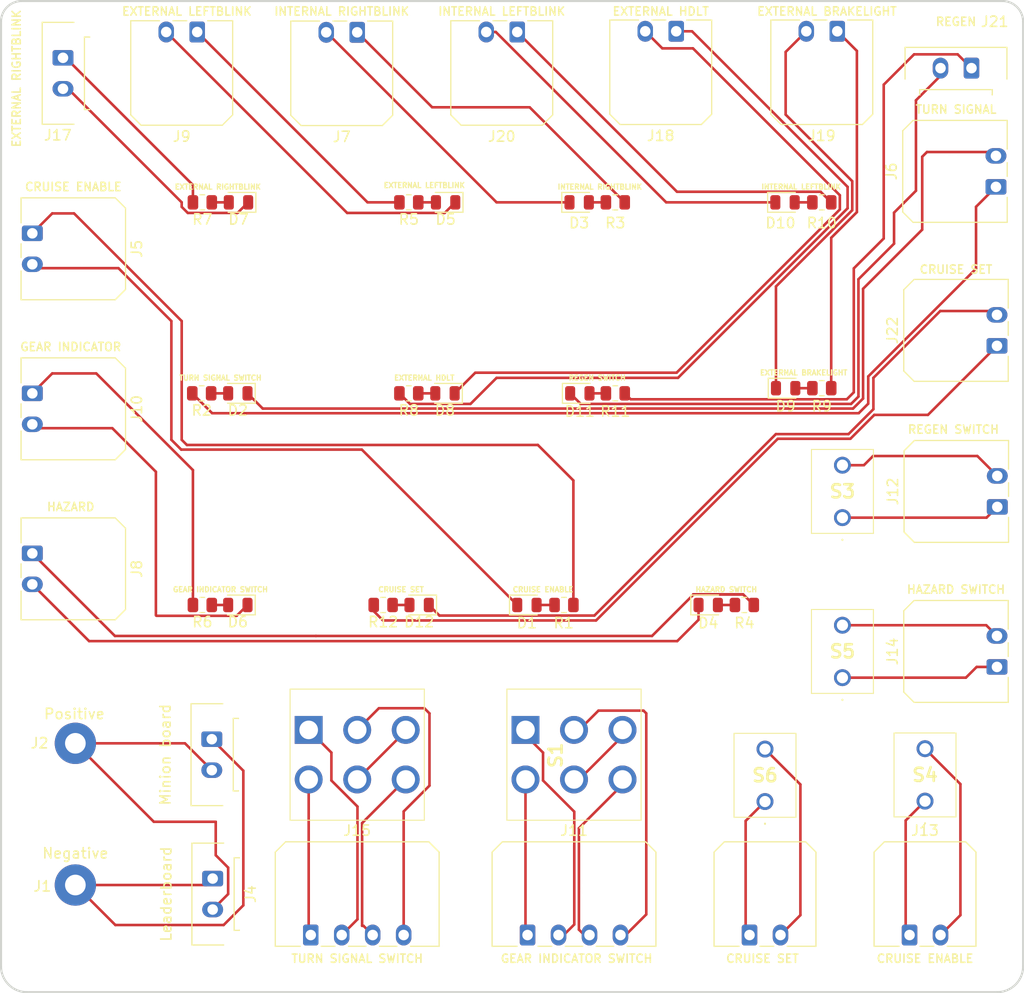
<source format=kicad_pcb>
(kicad_pcb (version 20211014) (generator pcbnew)
  (layers (0 "F.Cu" signal) (31 "B.Cu" signal) (34 "B.Paste" user) (35 "F.Paste" user) (36 "B.SilkS" user "B.Silkscreen") (37 "F.SilkS" user "F.Silkscreen") (38 "B.Mask" user) (39 "F.Mask" user) (44 "Edge.Cuts" user))
  (net 0 "")
  (net 1 "Net-(D1-Pad1)")
  (net 2 "Net-(D1-Pad2)")
  (net 3 "Net-(D2-Pad1)")
  (net 4 "Net-(D2-Pad2)")
  (net 5 "Net-(D3-Pad1)")
  (net 6 "Net-(D3-Pad2)")
  (net 7 "Net-(D4-Pad1)")
  (net 8 "Net-(D4-Pad2)")
  (net 9 "Net-(D5-Pad1)")
  (net 10 "Net-(D5-Pad2)")
  (net 11 "Net-(D6-Pad1)")
  (net 12 "Net-(D6-Pad2)")
  (net 13 "Net-(D7-Pad1)")
  (net 14 "Net-(D7-Pad2)")
  (net 15 "Net-(D8-Pad1)")
  (net 16 "Net-(D8-Pad2)")
  (net 17 "Net-(D9-Pad1)")
  (net 18 "Net-(D9-Pad2)")
  (net 19 "Net-(D10-Pad1)")
  (net 20 "Net-(D10-Pad2)")
  (net 21 "Net-(D11-Pad1)")
  (net 22 "Net-(D11-Pad2)")
  (net 23 "Net-(D12-Pad1)")
  (net 24 "Net-(D12-Pad2)")
  (net 25 "Net-(J1-Pad1)")
  (net 26 "Net-(J2-Pad1)")
  (net 27 "Net-(J5-Pad1)")
  (net 28 "Net-(J6-Pad1)")
  (net 29 "Net-(J7-Pad1)")
  (net 30 "Net-(J8-Pad1)")
  (net 31 "Net-(J9-Pad1)")
  (net 32 "Net-(J10-Pad1)")
  (net 33 "Net-(J11-Pad1)")
  (net 34 "Net-(J11-Pad2)")
  (net 35 "Net-(J11-Pad3)")
  (net 36 "Net-(J11-Pad4)")
  (net 37 "Net-(J12-Pad1)")
  (net 38 "Net-(J12-Pad2)")
  (net 39 "Net-(J13-Pad1)")
  (net 40 "Net-(J13-Pad2)")
  (net 41 "Net-(J14-Pad1)")
  (net 42 "Net-(J14-Pad2)")
  (net 43 "Net-(J15-Pad1)")
  (net 44 "Net-(J15-Pad2)")
  (net 45 "Net-(J15-Pad3)")
  (net 46 "Net-(J15-Pad4)")
  (net 47 "Net-(J16-Pad1)")
  (net 48 "Net-(J16-Pad2)")
  (net 49 "Net-(J17-Pad1)")
  (net 50 "Net-(J18-Pad1)")
  (net 51 "Net-(J19-Pad1)")
  (net 52 "Net-(J20-Pad1)")
  (net 53 "Net-(J21-Pad1)")
  (net 54 "Net-(J22-Pad1)")
  (net 55 "Net-(S1-Pad3)")
  (net 56 "Net-(S2-Pad3)")
  (footprint "Resistor_SMD:R_0805_2012Metric" (layer "F.Cu") (at 100 79)
    (fp_text reference "R9" (at 0 1.75) (layer "F.SilkS"))
    (fp_text value "EXTERNAL BRAKELIGHT" (at -1.75 -1.5) (layer "F.SilkS") (effects (font (size 0.5 0.5) (thickness 0.125))))
    (pad "1" smd roundrect (at -0.9125 0) (size 1.025 1.4) (layers "F.Cu" "F.Paste" "F.Mask") (roundrect_rratio 0.243902) (net 18 "Net-(D9-Pad2)"))
    (pad "2" smd roundrect (at 0.9125 0) (size 1.025 1.4) (layers "F.Cu" "F.Paste" "F.Mask") (roundrect_rratio 0.243902) (net 51 "Net-(J19-Pad1)"))
  )
  (footprint "Connector_Molex:Molex_Micro-Fit_3.0_43650-0200_1x02_P3.00mm_Horizontal" (layer "F.Cu") (at 85.9 44.43 180)
    (fp_text reference "J18" (at 1.5 -10.12) (layer "F.SilkS"))
    (fp_text value "EXTERNAL HDLT" (at 1.5 1.93) (layer "F.SilkS") (effects (font (size 0.8 0.8))))
    (pad "" np_thru_hole circle (at 1.5 -4.32 180) (size 3 3) (drill 3) (layers *.Cu *.Mask))
    (pad "1" thru_hole roundrect (at 0 0 180) (size 1.5 2.02) (drill 1.02) (layers *.Cu *.Mask) (roundrect_rratio 0.166667) (net 50 "Net-(J18-Pad1)"))
    (pad "2" thru_hole oval (at 3 0 180) (size 1.5 2.02) (drill 1.02) (layers *.Cu *.Mask) (net 15 "Net-(D8-Pad1)"))
  )
  (footprint "UTSVT_Connectors:Banana_Jack_1_Pin_4mm" (layer "F.Cu") (at 27.7 127.125)
    (fp_text reference "J1" (at -3.2 0.125) (layer "F.SilkS"))
    (fp_text value "Negative" (at 0 -3.075) (layer "F.SilkS"))
    (pad "1" thru_hole circle locked (at 0 0) (size 4 4) (drill 2) (layers *.Cu *.Mask) (net 25 "Net-(J1-Pad1)"))
  )
  (footprint "Diode_SMD:D_0805_2012Metric" (layer "F.Cu") (at 43.4375 79.5 180)
    (fp_text reference "D2" (at 0 -1.65) (layer "F.SilkS"))
    (fp_text value "LED" hide)
    (pad "1" smd roundrect (at -0.9375 0 180) (size 0.975 1.4) (layers "F.Cu" "F.Paste" "F.Mask") (net 3 "Net-(D2-Pad1)"))
    (pad "2" smd roundrect (at 0.9375 0 180) (size 0.975 1.4) (layers "F.Cu" "F.Paste" "F.Mask") (net 4 "Net-(D2-Pad2)"))
  )
  (footprint "Connector_Molex:Molex_Micro-Fit_3.0_43650-0200_1x02_P3.00mm_Horizontal" (layer "F.Cu") (at 101.5 44.43 180)
    (fp_text reference "J19" (at 1.5 -10.12) (layer "F.SilkS"))
    (fp_text value "EXTERNAL BRAKELIGHT" (at 1 1.93) (layer "F.SilkS") (effects (font (size 0.8 0.8))))
    (pad "" np_thru_hole circle (at 1.5 -4.32 180) (size 3 3) (drill 3) (layers *.Cu *.Mask))
    (pad "1" thru_hole roundrect (at 0 0 180) (size 1.5 2.02) (drill 1.02) (layers *.Cu *.Mask) (roundrect_rratio 0.166667) (net 51 "Net-(J19-Pad1)"))
    (pad "2" thru_hole oval (at 3 0 180) (size 1.5 2.02) (drill 1.02) (layers *.Cu *.Mask) (net 17 "Net-(D9-Pad1)"))
  )
  (footprint "Resistor_SMD:R_0805_2012Metric" (layer "F.Cu") (at 40 61 180)
    (fp_text reference "R7" (at 0 -1.65 180) (layer "F.SilkS"))
    (fp_text value "R" hide)
    (fp_text user "EXTERNAL RIGHTBLINK" (at -1.5 1.5 180) (layer "F.SilkS") (effects (font (size 0.5 0.5) (thickness 0.125))))
    (pad "1" smd roundrect (at -0.9125 0 180) (size 1.025 1.4) (layers "F.Cu" "F.Paste" "F.Mask") (roundrect_rratio 0.243902) (net 14 "Net-(D7-Pad2)"))
    (pad "2" smd roundrect (at 0.9125 0 180) (size 1.025 1.4) (layers "F.Cu" "F.Paste" "F.Mask") (roundrect_rratio 0.243902) (net 49 "Net-(J17-Pad1)"))
  )
  (footprint "Diode_SMD:D_0805_2012Metric" (layer "F.Cu") (at 76.5 61)
    (fp_text reference "D3" (at 0 2) (layer "F.SilkS"))
    (fp_text value "LED" hide)
    (pad "1" smd roundrect (at -0.9375 0) (size 0.975 1.4) (layers "F.Cu" "F.Paste" "F.Mask") (net 5 "Net-(D3-Pad1)"))
    (pad "2" smd roundrect (at 0.9375 0) (size 0.975 1.4) (layers "F.Cu" "F.Paste" "F.Mask") (net 6 "Net-(D3-Pad2)"))
  )
  (footprint "Connector_Molex:Molex_Micro-Fit_3.0_43650-0200_1x02_P3.00mm_Horizontal" (layer "F.Cu") (at 116.87 59.5 90)
    (fp_text reference "J6" (at 1.5 -10.12 90) (layer "F.SilkS"))
    (fp_text value "TURN SIGNAL" (at 7.5 -3.87 180) (layer "F.SilkS") (effects (font (size 0.8 0.8))))
    (pad "" np_thru_hole circle (at 1.5 -4.32 90) (size 3 3) (drill 3) (layers *.Cu *.Mask))
    (pad "1" thru_hole roundrect (at 0 0 90) (size 1.5 2.02) (drill 1.02) (layers *.Cu *.Mask) (roundrect_rratio 0.166667) (net 28 "Net-(J6-Pad1)"))
    (pad "2" thru_hole oval (at 3 0 90) (size 1.5 2.02) (drill 1.02) (layers *.Cu *.Mask) (net 3 "Net-(D2-Pad1)"))
  )
  (footprint "Connector_Molex:Molex_Micro-Fit_3.0_43650-0200_1x02_P3.00mm_Horizontal" (layer "F.Cu") (at 116.97 106 90)
    (fp_text reference "J14" (at 1.5 -10.12 90) (layer "F.SilkS"))
    (fp_text value "HAZARD SWITCH" (at 7.5 -3.97 180) (layer "F.SilkS") (effects (font (size 0.8 0.8))))
    (pad "" np_thru_hole circle (at 1.5 -4.32 90) (size 3 3) (drill 3) (layers *.Cu *.Mask))
    (pad "1" thru_hole roundrect (at 0 0 90) (size 1.5 2.02) (drill 1.02) (layers *.Cu *.Mask) (roundrect_rratio 0.166667) (net 41 "Net-(J14-Pad1)"))
    (pad "2" thru_hole oval (at 3 0 90) (size 1.5 2.02) (drill 1.02) (layers *.Cu *.Mask) (net 42 "Net-(J14-Pad2)"))
  )
  (footprint "Diode_SMD:D_0805_2012Metric" (layer "F.Cu") (at 63.5625 61 180)
    (fp_text reference "D5" (at 0 -1.65) (layer "F.SilkS"))
    (fp_text value "LED" hide)
    (pad "1" smd roundrect (at -0.9375 0 180) (size 0.975 1.4) (layers "F.Cu" "F.Paste" "F.Mask") (net 9 "Net-(D5-Pad1)"))
    (pad "2" smd roundrect (at 0.9375 0 180) (size 0.975 1.4) (layers "F.Cu" "F.Paste" "F.Mask") (net 10 "Net-(D5-Pad2)"))
  )
  (footprint "SamacSys_Parts:2MS6T4B3M2CES" (layer "F.Cu") (at 94.5 119.04)
    (fp_text reference "S6" (at 0 -2.54) (layer "F.SilkS") (effects (font (size 1.27 1.27) (thickness 0.254))))
    (fp_text value "2MS6T4B3M2CES" hide)
    (pad "1" thru_hole circle locked (at 0 0) (size 1.635 1.635) (drill 1.09) (layers *.Cu *.Mask) (net 47 "Net-(J16-Pad1)"))
    (pad "3" thru_hole circle locked (at 0 -5.08) (size 1.635 1.635) (drill 1.09) (layers *.Cu *.Mask) (net 48 "Net-(J16-Pad2)"))
  )
  (footprint "SamacSys_Parts:M2023SS1W03" (layer "F.Cu") (at 71.3 112.1 -90)
    (fp_text reference "S1" (at 2.454 -2.9188 90) (layer "F.SilkS") (effects (font (size 1.27 1.27) (thickness 0.254))))
    (fp_text value "M2024SS1W03" hide)
    (pad "1" thru_hole rect locked (at 0 0 270) (size 2.7 2.7) (drill 1.8) (layers *.Cu *.Mask) (net 34 "Net-(J11-Pad2)"))
    (pad "2" thru_hole circle locked (at 0 -4.7 270) (size 2.7 2.7) (drill 1.8) (layers *.Cu *.Mask) (net 36 "Net-(J11-Pad4)"))
    (pad "3" thru_hole circle locked (at 0 -9.4 270) (size 2.7 2.7) (drill 1.8) (layers *.Cu *.Mask) (net 55 "Net-(S1-Pad3)"))
    (pad "4" thru_hole circle locked (at 4.8 0 270) (size 2.7 2.7) (drill 1.8) (layers *.Cu *.Mask) (net 33 "Net-(J11-Pad1)"))
    (pad "5" thru_hole circle locked (at 4.8 -4.7 270) (size 2.7 2.7) (drill 1.8) (layers *.Cu *.Mask) (net 55 "Net-(S1-Pad3)"))
    (pad "6" thru_hole circle locked (at 4.8 -9.4 270) (size 2.7 2.7) (drill 1.8) (layers *.Cu *.Mask) (net 35 "Net-(J11-Pad3)"))
  )
  (footprint "UTSVT_Connectors:Banana_Jack_1_Pin_4mm" (layer "F.Cu") (at 27.7 113.4)
    (fp_text reference "J2" (at -3.4684 -0.0144) (layer "F.SilkS"))
    (fp_text value "Positive" (at -0.1 -2.85) (layer "F.SilkS"))
    (pad "1" thru_hole circle locked (at 0 0) (size 4 4) (drill 2) (layers *.Cu *.Mask) (net 26 "Net-(J2-Pad1)"))
  )
  (footprint "Connector_Molex:Molex_Micro-Fit_3.0_43650-0215_1x02_P3.00mm_Vertical" (layer "F.Cu") (at 41 126.5 -90)
    (fp_text reference "J4" (at 1.5 -3.67 90) (layer "F.SilkS"))
    (fp_text value "Leaderboard" (at 1.5 4.5 90) (layer "F.SilkS"))
    (pad "" np_thru_hole circle (at 6 -1.96 270) (size 1.27 1.27) (drill 1.27) (layers *.Cu *.Mask))
    (pad "" np_thru_hole circle (at -3 -1.96 270) (size 1.27 1.27) (drill 1.27) (layers *.Cu *.Mask))
    (pad "1" thru_hole roundrect (at 0 0 270) (size 1.5 2.02) (drill 1.02) (layers *.Cu *.Mask) (roundrect_rratio 0.166667) (net 25 "Net-(J1-Pad1)"))
    (pad "2" thru_hole oval (at 3 0 270) (size 1.5 2.02) (drill 1.02) (layers *.Cu *.Mask) (net 26 "Net-(J2-Pad1)"))
  )
  (footprint "Diode_SMD:D_0805_2012Metric" (layer "F.Cu") (at 96.5 79)
    (fp_text reference "D9" (at 0 1.75) (layer "F.SilkS"))
    (fp_text value "LED" hide)
    (pad "1" smd roundrect (at -0.9375 0) (size 0.975 1.4) (layers "F.Cu" "F.Paste" "F.Mask") (net 17 "Net-(D9-Pad1)"))
    (pad "2" smd roundrect (at 0.9375 0) (size 0.975 1.4) (layers "F.Cu" "F.Paste" "F.Mask") (net 18 "Net-(D9-Pad2)"))
  )
  (footprint "Diode_SMD:D_0805_2012Metric" (layer "F.Cu") (at 43.5 61 180)
    (fp_text reference "D7" (at 0 -1.65) (layer "F.SilkS"))
    (fp_text value "LED" hide)
    (pad "1" smd roundrect (at -0.9375 0 180) (size 0.975 1.4) (layers "F.Cu" "F.Paste" "F.Mask") (net 13 "Net-(D7-Pad1)"))
    (pad "2" smd roundrect (at 0.9375 0 180) (size 0.975 1.4) (layers "F.Cu" "F.Paste" "F.Mask") (net 14 "Net-(D7-Pad2)"))
  )
  (footprint "SamacSys_Parts:2MS6T4B3M2CES" (layer "F.Cu") (at 110 119)
    (fp_text reference "S4" (at 0 -2.54) (layer "F.SilkS") (effects (font (size 1.27 1.27) (thickness 0.254))))
    (fp_text value "2MS6T4B3M2CES" hide)
    (pad "1" thru_hole circle locked (at 0 0) (size 1.635 1.635) (drill 1.09) (layers *.Cu *.Mask) (net 39 "Net-(J13-Pad1)"))
    (pad "3" thru_hole circle locked (at 0 -5.08) (size 1.635 1.635) (drill 1.09) (layers *.Cu *.Mask) (net 40 "Net-(J13-Pad2)"))
  )
  (footprint "SamacSys_Parts:2MS6T4B3M2CES" (layer "F.Cu") (at 102 91.54)
    (fp_text reference "S3" (at 0 -2.54) (layer "F.SilkS") (effects (font (size 1.27 1.27) (thickness 0.254))))
    (fp_text value "2MS6T4B3M2CES" hide)
    (pad "1" thru_hole circle locked (at 0 0) (size 1.635 1.635) (drill 1.09) (layers *.Cu *.Mask) (net 37 "Net-(J12-Pad1)"))
    (pad "3" thru_hole circle locked (at 0 -5.08) (size 1.635 1.635) (drill 1.09) (layers *.Cu *.Mask) (net 38 "Net-(J12-Pad2)"))
  )
  (footprint "Connector_Molex:Molex_Micro-Fit_3.0_43650-0200_1x02_P3.00mm_Horizontal" (layer "F.Cu") (at 55 44.53 180)
    (fp_text reference "J7" (at 1.5 -10.12) (layer "F.SilkS"))
    (fp_text value "INTERNAL RIGHTBLINK" (at 1.5 2.03) (layer "F.SilkS") (effects (font (size 0.8 0.8))))
    (pad "" np_thru_hole circle (at 1.5 -4.32 180) (size 3 3) (drill 3) (layers *.Cu *.Mask))
    (pad "1" thru_hole roundrect (at 0 0 180) (size 1.5 2.02) (drill 1.02) (layers *.Cu *.Mask) (roundrect_rratio 0.166667) (net 29 "Net-(J7-Pad1)"))
    (pad "2" thru_hole oval (at 3 0 180) (size 1.5 2.02) (drill 1.02) (layers *.Cu *.Mask) (net 5 "Net-(D3-Pad1)"))
  )
  (footprint "Connector_Molex:Molex_Micro-Fit_3.0_43650-0200_1x02_P3.00mm_Horizontal" (layer "F.Cu") (at 39.5 44.5 180)
    (fp_text reference "J9" (at 1.5 -10.12) (layer "F.SilkS"))
    (fp_text value "EXTERNAL LEFTBLINK" (at 1 2) (layer "F.SilkS") (effects (font (size 0.8 0.8))))
    (pad "" np_thru_hole circle (at 1.5 -4.32 180) (size 3 3) (drill 3) (layers *.Cu *.Mask))
    (pad "1" thru_hole roundrect (at 0 0 180) (size 1.5 2.02) (drill 1.02) (layers *.Cu *.Mask) (roundrect_rratio 0.166667) (net 31 "Net-(J9-Pad1)"))
    (pad "2" thru_hole oval (at 3 0 180) (size 1.5 2.02) (drill 1.02) (layers *.Cu *.Mask) (net 9 "Net-(D5-Pad1)"))
  )
  (footprint "Connector_Molex:Molex_Micro-Fit_3.0_43650-0200_1x02_P3.00mm_Horizontal" (layer "F.Cu") (at 70.5 44.5 180)
    (fp_text reference "J20" (at 1.5 -10.12) (layer "F.SilkS"))
    (fp_text value "INTERNAL LEFTBLINK" (at 1.5 2) (layer "F.SilkS") (effects (font (size 0.8 0.8))))
    (pad "" np_thru_hole circle (at 1.5 -4.32 180) (size 3 3) (drill 3) (layers *.Cu *.Mask))
    (pad "1" thru_hole roundrect (at 0 0 180) (size 1.5 2.02) (drill 1.02) (layers *.Cu *.Mask) (roundrect_rratio 0.166667) (net 52 "Net-(J20-Pad1)"))
    (pad "2" thru_hole oval (at 3 0 180) (size 1.5 2.02) (drill 1.02) (layers *.Cu *.Mask) (net 19 "Net-(D10-Pad1)"))
  )
  (footprint "Resistor_SMD:R_0805_2012Metric" (layer "F.Cu") (at 75.026664 100)
    (fp_text reference "R1" (at -0.026664 1.75) (layer "F.SilkS"))
    (fp_text value "CRUISE ENABLE" (at -2.026664 -1.5) (layer "F.SilkS") (effects (font (size 0.5 0.5) (thickness 0.125))))
    (pad "1" smd roundrect (at -0.9125 0) (size 1.025 1.4) (layers "F.Cu" "F.Paste" "F.Mask") (roundrect_rratio 0.243902) (net 2 "Net-(D1-Pad2)"))
    (pad "2" smd roundrect (at 0.9125 0) (size 1.025 1.4) (layers "F.Cu" "F.Paste" "F.Mask") (roundrect_rratio 0.243902) (net 27 "Net-(J5-Pad1)"))
  )
  (footprint "Resistor_SMD:R_0805_2012Metric" (layer "F.Cu") (at 80 79.5)
    (fp_text reference "R11" (at 0 1.75) (layer "F.SilkS"))
    (fp_text value "REGEN SWITCH" (at -1.75 -1.5 180) (layer "F.SilkS") (effects (font (size 0.5 0.5) (thickness 0.125))))
    (pad "1" smd roundrect (at -0.9125 0) (size 1.025 1.4) (layers "F.Cu" "F.Paste" "F.Mask") (roundrect_rratio 0.243902) (net 22 "Net-(D11-Pad2)"))
    (pad "2" smd roundrect (at 0.9125 0) (size 1.025 1.4) (layers "F.Cu" "F.Paste" "F.Mask") (roundrect_rratio 0.243902) (net 53 "Net-(J21-Pad1)"))
  )
  (footprint "SamacSys_Parts:2MS6T4B3M2CES" (layer "F.Cu") (at 102 107.04)
    (fp_text reference "S5" (at 0 -2.54) (layer "F.SilkS") (effects (font (size 1.27 1.27) (thickness 0.254))))
    (fp_text value "2MS6T4B3M2CES" hide)
    (pad "1" thru_hole circle locked (at 0 0) (size 1.635 1.635) (drill 1.09) (layers *.Cu *.Mask) (net 41 "Net-(J14-Pad1)"))
    (pad "3" thru_hole circle locked (at 0 -5.08) (size 1.635 1.635) (drill 1.09) (layers *.Cu *.Mask) (net 42 "Net-(J14-Pad2)"))
  )
  (footprint "Diode_SMD:D_0805_2012Metric" (layer "F.Cu") (at 71.4375 100)
    (fp_text reference "D1" (at 0 1.75) (layer "F.SilkS"))
    (fp_text value "LED" hide)
    (pad "1" smd roundrect (at -0.9375 0) (size 0.975 1.4) (layers "F.Cu" "F.Paste" "F.Mask") (net 1 "Net-(D1-Pad1)"))
    (pad "2" smd roundrect (at 0.9375 0) (size 0.975 1.4) (layers "F.Cu" "F.Paste" "F.Mask") (net 2 "Net-(D1-Pad2)"))
  )
  (footprint "Resistor_SMD:R_0805_2012Metric" (layer "F.Cu") (at 100 61)
    (fp_text reference "R10" (at 0 2) (layer "F.SilkS"))
    (fp_text value "INTERNAL LEFTBLINK" (at -2 -1.5) (layer "F.SilkS") (effects (font (size 0.5 0.5) (thickness 0.125))))
    (pad "1" smd roundrect (at -0.9125 0) (size 1.025 1.4) (layers "F.Cu" "F.Paste" "F.Mask") (roundrect_rratio 0.243902) (net 20 "Net-(D10-Pad2)"))
    (pad "2" smd roundrect (at 0.9125 0) (size 1.025 1.4) (layers "F.Cu" "F.Paste" "F.Mask") (roundrect_rratio 0.243902) (net 52 "Net-(J20-Pad1)"))
  )
  (footprint "Connector_Molex:Molex_Micro-Fit_3.0_43650-0200_1x02_P3.00mm_Horizontal" (layer "F.Cu") (at 116.97 74.9 90)
    (fp_text reference "J22" (at 1.5 -10.12 90) (layer "F.SilkS"))
    (fp_text value "CRUISE SET" (at 7.4 -3.97 180) (layer "F.SilkS") (effects (font (size 0.8 0.8))))
    (pad "" np_thru_hole circle (at 1.5 -4.32 90) (size 3 3) (drill 3) (layers *.Cu *.Mask))
    (pad "1" thru_hole roundrect (at 0 0 90) (size 1.5 2.02) (drill 1.02) (layers *.Cu *.Mask) (roundrect_rratio 0.166667) (net 54 "Net-(J22-Pad1)"))
    (pad "2" thru_hole oval (at 3 0 90) (size 1.5 2.02) (drill 1.02) (layers *.Cu *.Mask) (net 23 "Net-(D12-Pad1)"))
  )
  (footprint "Connector_Molex:Molex_Micro-Fit_3.0_43650-0215_1x02_P3.00mm_Vertical" (layer "F.Cu") (at 114.5 48 180)
    (fp_text reference "J21" (at -2.25 4.5) (layer "F.SilkS"))
    (fp_text value "REGEN" (at 1.5 4.5) (layer "F.SilkS") (effects (font (size 0.8 0.8))))
    (pad "" np_thru_hole circle (at 6 -1.96 180) (size 1.27 1.27) (drill 1.27) (layers *.Cu *.Mask))
    (pad "" np_thru_hole circle (at -3 -1.96 180) (size 1.27 1.27) (drill 1.27) (layers *.Cu *.Mask))
    (pad "1" thru_hole roundrect (at 0 0 180) (size 1.5 2.02) (drill 1.02) (layers *.Cu *.Mask) (roundrect_rratio 0.166667) (net 53 "Net-(J21-Pad1)"))
    (pad "2" thru_hole oval (at 3 0 180) (size 1.5 2.02) (drill 1.02) (layers *.Cu *.Mask) (net 21 "Net-(D11-Pad1)"))
  )
  (footprint "Connector_Molex:Molex_Micro-Fit_3.0_43650-0215_1x02_P3.00mm_Vertical" (layer "F.Cu") (at 26.5 47 -90)
    (fp_text reference "J17" (at 7.5 0.5 180) (layer "F.SilkS"))
    (fp_text value "EXTERNAL RIGHTBLINK" (at 2 4.5 90) (layer "F.SilkS") (effects (font (size 0.8 0.8))))
    (pad "" np_thru_hole circle (at 6 -1.96 270) (size 1.27 1.27) (drill 1.27) (layers *.Cu *.Mask))
    (pad "" np_thru_hole circle (at -3 -1.96 270) (size 1.27 1.27) (drill 1.27) (layers *.Cu *.Mask))
    (pad "1" thru_hole roundrect (at 0 0 270) (size 1.5 2.02) (drill 1.02) (layers *.Cu *.Mask) (roundrect_rratio 0.166667) (net 49 "Net-(J17-Pad1)"))
    (pad "2" thru_hole oval (at 3 0 270) (size 1.5 2.02) (drill 1.02) (layers *.Cu *.Mask) (net 13 "Net-(D7-Pad1)"))
  )
  (footprint "Diode_SMD:D_0805_2012Metric" (layer "F.Cu") (at 43.4375 100 180)
    (fp_text reference "D6" (at 0 -1.65) (layer "F.SilkS"))
    (fp_text value "LED" hide)
    (pad "1" smd roundrect (at -0.9375 0 180) (size 0.975 1.4) (layers "F.Cu" "F.Paste" "F.Mask") (net 11 "Net-(D6-Pad1)"))
    (pad "2" smd roundrect (at 0.9375 0 180) (size 0.975 1.4) (layers "F.Cu" "F.Paste" "F.Mask") (net 12 "Net-(D6-Pad2)"))
  )
  (footprint "Diode_SMD:D_0805_2012Metric" (layer "F.Cu") (at 96.4375 61)
    (fp_text reference "D10" (at -0.4375 2) (layer "F.SilkS"))
    (fp_text value "LED" hide)
    (pad "1" smd roundrect (at -0.9375 0) (size 0.975 1.4) (layers "F.Cu" "F.Paste" "F.Mask") (net 19 "Net-(D10-Pad1)"))
    (pad "2" smd roundrect (at 0.9375 0) (size 0.975 1.4) (layers "F.Cu" "F.Paste" "F.Mask") (net 20 "Net-(D10-Pad2)"))
  )
  (footprint "Diode_SMD:D_0805_2012Metric" (layer "F.Cu") (at 63.5 79.5 180)
    (fp_text reference "D8" (at 0 -1.65) (layer "F.SilkS"))
    (fp_text value "LED" hide)
    (pad "1" smd roundrect (at -0.9375 0 180) (size 0.975 1.4) (layers "F.Cu" "F.Paste" "F.Mask") (net 15 "Net-(D8-Pad1)"))
    (pad "2" smd roundrect (at 0.9375 0 180) (size 0.975 1.4) (layers "F.Cu" "F.Paste" "F.Mask") (net 16 "Net-(D8-Pad2)"))
  )
  (footprint "Connector_Molex:Molex_Micro-Fit_3.0_43650-0200_1x02_P3.00mm_Horizontal" (layer "F.Cu") (at 23.53 79.5 -90)
    (fp_text reference "J10" (at 1.5 -10.12 90) (layer "F.SilkS"))
    (fp_text value "GEAR INDICATOR" (at -4.5 -3.72 180) (layer "F.SilkS") (effects (font (size 0.8 0.8))))
    (pad "" np_thru_hole circle (at 1.5 -4.32 270) (size 3 3) (drill 3) (layers *.Cu *.Mask))
    (pad "1" thru_hole roundrect (at 0 0 270) (size 1.5 2.02) (drill 1.02) (layers *.Cu *.Mask) (roundrect_rratio 0.166667) (net 32 "Net-(J10-Pad1)"))
    (pad "2" thru_hole oval (at 3 0 270) (size 1.5 2.02) (drill 1.02) (layers *.Cu *.Mask) (net 11 "Net-(D6-Pad1)"))
  )
  (footprint "Connector_Molex:Molex_Micro-Fit_3.0_43650-0200_1x02_P3.00mm_Horizontal" (layer "F.Cu") (at 23.53 95 -90)
    (fp_text reference "J8" (at 1.5 -10.12 -90) (layer "F.SilkS"))
    (fp_text value "HAZARD" (at -4.5 -3.72) (layer "F.SilkS") (effects (font (size 0.8 0.8))))
    (pad "" np_thru_hole circle (at 1.5 -4.32 270) (size 3 3) (drill 3) (layers *.Cu *.Mask))
    (pad "1" thru_hole roundrect (at 0 0 270) (size 1.5 2.02) (drill 1.02) (layers *.Cu *.Mask) (roundrect_rratio 0.166667) (net 30 "Net-(J8-Pad1)"))
    (pad "2" thru_hole oval (at 3 0 270) (size 1.5 2.02) (drill 1.02) (layers *.Cu *.Mask) (net 7 "Net-(D4-Pad1)"))
  )
  (footprint "Connector_Molex:Molex_Micro-Fit_3.0_43650-0200_1x02_P3.00mm_Horizontal" (layer "F.Cu") (at 117 90.5 90)
    (fp_text reference "J12" (at 1.5 -10.12 90) (layer "F.SilkS"))
    (fp_text value "REGEN SWITCH" (at 7.5 -4.25 180) (layer "F.SilkS") (effects (font (size 0.8 0.8))))
    (pad "" np_thru_hole circle (at 1.5 -4.32 90) (size 3 3) (drill 3) (layers *.Cu *.Mask))
    (pad "1" thru_hole roundrect (at 0 0 90) (size 1.5 2.02) (drill 1.02) (layers *.Cu *.Mask) (roundrect_rratio 0.166667) (net 37 "Net-(J12-Pad1)"))
    (pad "2" thru_hole oval (at 3 0 90) (size 1.5 2.02) (drill 1.02) (layers *.Cu *.Mask) (net 38 "Net-(J12-Pad2)"))
  )
  (footprint "Diode_SMD:D_0805_2012Metric" (layer "F.Cu") (at 61 100 180)
    (fp_text reference "D12" (at 0 -1.65) (layer "F.SilkS"))
    (fp_text value "LED" hide)
    (pad "1" smd roundrect (at -0.9375 0 180) (size 0.975 1.4) (layers "F.Cu" "F.Paste" "F.Mask") (net 23 "Net-(D12-Pad1)"))
    (pad "2" smd roundrect (at 0.9375 0 180) (size 0.975 1.4) (layers "F.Cu" "F.Paste" "F.Mask") (net 24 "Net-(D12-Pad2)"))
  )
  (footprint "Resistor_SMD:R_0805_2012Metric" (layer "F.Cu") (at 39.9375 79.5 180)
    (fp_text reference "R2" (at 0 -1.65) (layer "F.SilkS"))
    (fp_text value "TURN SIGNAL SWITCH" (at -1.8125 1.5) (layer "F.SilkS") (effects (font (size 0.5 0.5) (thickness 0.125))))
    (pad "1" smd roundrect (at -0.9125 0 180) (size 1.025 1.4) (layers "F.Cu" "F.Paste" "F.Mask") (roundrect_rratio 0.243902) (net 4 "Net-(D2-Pad2)"))
    (pad "2" smd roundrect (at 0.9125 0 180) (size 1.025 1.4) (layers "F.Cu" "F.Paste" "F.Mask") (roundrect_rratio 0.243902) (net 28 "Net-(J6-Pad1)"))
  )
  (footprint "Resistor_SMD:R_0805_2012Metric" (layer "F.Cu") (at 57.513332 100 180)
    (fp_text reference "R12" (at 0 -1.65) (layer "F.SilkS"))
    (fp_text value "CRUISE SET" (at -1.736668 1.5) (layer "F.SilkS") (effects (font (size 0.5 0.5) (thickness 0.125))))
    (pad "1" smd roundrect (at -0.9125 0 180) (size 1.025 1.4) (layers "F.Cu" "F.Paste" "F.Mask") (roundrect_rratio 0.243902) (net 24 "Net-(D12-Pad2)"))
    (pad "2" smd roundrect (at 0.9125 0 180) (size 1.025 1.4) (layers "F.Cu" "F.Paste" "F.Mask") (roundrect_rratio 0.243902) (net 54 "Net-(J22-Pad1)"))
  )
  (footprint "Resistor_SMD:R_0805_2012Metric" (layer "F.Cu") (at 60 61 180)
    (fp_text reference "R5" (at 0 -1.65) (layer "F.SilkS"))
    (fp_text value "EXTERNAL LEFTBLINK" (at -1.5 1.65) (layer "F.SilkS") (effects (font (size 0.5 0.5) (thickness 0.125))))
    (pad "1" smd roundrect (at -0.9125 0 180) (size 1.025 1.4) (layers "F.Cu" "F.Paste" "F.Mask") (roundrect_rratio 0.243902) (net 10 "Net-(D5-Pad2)"))
    (pad "2" smd roundrect (at 0.9125 0 180) (size 1.025 1.4) (layers "F.Cu" "F.Paste" "F.Mask") (roundrect_rratio 0.243902) (net 31 "Net-(J9-Pad1)"))
  )
  (footprint "Resistor_SMD:R_0805_2012Metric" (layer "F.Cu") (at 40 100 180)
    (fp_text reference "R6" (at 0 -1.65) (layer "F.SilkS"))
    (fp_text value "GEAR INDICATOR SWITCH" (at -1.75 1.5) (layer "F.SilkS") (effects (font (size 0.5 0.5) (thickness 0.125))))
    (pad "1" smd roundrect (at -0.9125 0 180) (size 1.025 1.4) (layers "F.Cu" "F.Paste" "F.Mask") (roundrect_rratio 0.243902) (net 12 "Net-(D6-Pad2)"))
    (pad "2" smd roundrect (at 0.9125 0 180) (size 1.025 1.4) (layers "F.Cu" "F.Paste" "F.Mask") (roundrect_rratio 0.243902) (net 32 "Net-(J10-Pad1)"))
  )
  (footprint "Resistor_SMD:R_0805_2012Metric" (layer "F.Cu") (at 80 61)
    (fp_text reference "R3" (at 0 2) (layer "F.SilkS"))
    (fp_text value "INTERNAL RIGHTBLINK" (at -1.5 -1.5) (layer "F.SilkS") (effects (font (size 0.5 0.5) (thickness 0.125))))
    (pad "1" smd roundrect (at -0.9125 0) (size 1.025 1.4) (layers "F.Cu" "F.Paste" "F.Mask") (roundrect_rratio 0.243902) (net 6 "Net-(D3-Pad2)"))
    (pad "2" smd roundrect (at 0.9125 0) (size 1.025 1.4) (layers "F.Cu" "F.Paste" "F.Mask") (roundrect_rratio 0.243902) (net 29 "Net-(J7-Pad1)"))
  )
  (footprint "Connector_Molex:Molex_Micro-Fit_3.0_43650-0400_1x04_P3.00mm_Horizontal" (layer "F.Cu") (at 50.5 131.97)
    (fp_text reference "J15" (at 4.5 -10.12) (layer "F.SilkS"))
    (fp_text value "TURN SIGNAL SWITCH" (at 4.5 2.28) (layer "F.SilkS") (effects (font (size 0.8 0.8))))
    (pad "" np_thru_hole circle (at 2.15 -4.32) (size 3 3) (drill 3) (layers *.Cu *.Mask))
    (pad "" np_thru_hole circle (at 6.85 -4.32) (size 3 3) (drill 3) (layers *.Cu *.Mask))
    (pad "1" thru_hole roundrect (at 0 0) (size 1.5 2.02) (drill 1.02) (layers *.Cu *.Mask) (roundrect_rratio 0.166667) (net 43 "Net-(J15-Pad1)"))
    (pad "2" thru_hole oval (at 3 0) (size 1.5 2.02) (drill 1.02) (layers *.Cu *.Mask) (net 44 "Net-(J15-Pad2)"))
    (pad "3" thru_hole oval (at 6 0) (size 1.5 2.02) (drill 1.02) (layers *.Cu *.Mask) (net 45 "Net-(J15-Pad3)"))
    (pad "4" thru_hole oval (at 9 0) (size 1.5 2.02) (drill 1.02) (layers *.Cu *.Mask) (net 46 "Net-(J15-Pad4)"))
  )
  (footprint "Connector_Molex:Molex_Micro-Fit_3.0_43650-0200_1x02_P3.00mm_Horizontal" (layer "F.Cu") (at 23.53 64 -90)
    (fp_text reference "J5" (at 1.5 -10.12 -90) (layer "F.SilkS"))
    (fp_text value "CRUISE ENABLE" (at -4.5 -3.97) (layer "F.SilkS") (effects (font (size 0.8 0.8))))
    (pad "" np_thru_hole circle (at 1.5 -4.32 270) (size 3 3) (drill 3) (layers *.Cu *.Mask))
    (pad "1" thru_hole roundrect (at 0 0 270) (size 1.5 2.02) (drill 1.02) (layers *.Cu *.Mask) (roundrect_rratio 0.166667) (net 27 "Net-(J5-Pad1)"))
    (pad "2" thru_hole oval (at 3 0 270) (size 1.5 2.02) (drill 1.02) (layers *.Cu *.Mask) (net 1 "Net-(D1-Pad1)"))
  )
  (footprint "Connector_Molex:Molex_Micro-Fit_3.0_43650-0400_1x04_P3.00mm_Horizontal" (layer "F.Cu") (at 71.5 131.97)
    (fp_text reference "J11" (at 4.5 -10.12) (layer "F.SilkS"))
    (fp_text value "GEAR INDICATOR SWITCH" (at 4.75 2.28) (layer "F.SilkS") (effects (font (size 0.8 0.8))))
    (pad "" np_thru_hole circle (at 2.15 -4.32) (size 3 3) (drill 3) (layers *.Cu *.Mask))
    (pad "" np_thru_hole circle (at 6.85 -4.32) (size 3 3) (drill 3) (layers *.Cu *.Mask))
    (pad "1" thru_hole roundrect (at 0 0) (size 1.5 2.02) (drill 1.02) (layers *.Cu *.Mask) (roundrect_rratio 0.166667) (net 33 "Net-(J11-Pad1)"))
    (pad "2" thru_hole oval (at 3 0) (size 1.5 2.02) (drill 1.02) (layers *.Cu *.Mask) (net 34 "Net-(J11-Pad2)"))
    (pad "3" thru_hole oval (at 6 0) (size 1.5 2.02) (drill 1.02) (layers *.Cu *.Mask) (net 35 "Net-(J11-Pad3)"))
    (pad "4" thru_hole oval (at 9 0) (size 1.5 2.02) (drill 1.02) (layers *.Cu *.Mask) (net 36 "Net-(J11-Pad4)"))
  )
  (footprint "Diode_SMD:D_0805_2012Metric" (layer "F.Cu") (at 89 100)
    (fp_text reference "D4" (at 0 1.75) (layer "F.SilkS"))
    (fp_text value "LED" hide)
    (pad "1" smd roundrect (at -0.9375 0) (size 0.975 1.4) (layers "F.Cu" "F.Paste" "F.Mask") (net 7 "Net-(D4-Pad1)"))
    (pad "2" smd roundrect (at 0.9375 0) (size 0.975 1.4) (layers "F.Cu" "F.Paste" "F.Mask") (net 8 "Net-(D4-Pad2)"))
  )
  (footprint "Resistor_SMD:R_0805_2012Metric" (layer "F.Cu") (at 92.5 100)
    (fp_text reference "R4" (at 0 1.75) (layer "F.SilkS"))
    (fp_text value "HAZARD SWITCH" (at -1.75 -1.5) (layer "F.SilkS") (effects (font (size 0.5 0.5) (thickness 0.125))))
    (pad "1" smd roundrect (at -0.9125 0) (size 1.025 1.4) (layers "F.Cu" "F.Paste" "F.Mask") (roundrect_rratio 0.243902) (net 8 "Net-(D4-Pad2)"))
    (pad "2" smd roundrect (at 0.9125 0) (size 1.025 1.4) (layers "F.Cu" "F.Paste" "F.Mask") (roundrect_rratio 0.243902) (net 30 "Net-(J8-Pad1)"))
  )
  (footprint "SamacSys_Parts:M2023SS1W03" (layer "F.Cu") (at 50.3 112.1 -90)
    (fp_text reference "S2" hide)
    (fp_text value "M2024SS1W03" hide)
    (pad "1" thru_hole rect locked (at 0 0 270) (size 2.7 2.7) (drill 1.8) (layers *.Cu *.Mask) (net 44 "Net-(J15-Pad2)"))
    (pad "2" thru_hole circle locked (at 0 -4.7 270) (size 2.7 2.7) (drill 1.8) (layers *.Cu *.Mask) (net 46 "Net-(J15-Pad4)"))
    (pad "3" thru_hole circle locked (at 0 -9.4 270) (size 2.7 2.7) (drill 1.8) (layers *.Cu *.Mask) (net 56 "Net-(S2-Pad3)"))
    (pad "4" thru_hole circle locked (at 4.8 0 270) (size 2.7 2.7) (drill 1.8) (layers *.Cu *.Mask) (net 43 "Net-(J15-Pad1)"))
    (pad "5" thru_hole circle locked (at 4.8 -4.7 270) (size 2.7 2.7) (drill 1.8) (layers *.Cu *.Mask) (net 56 "Net-(S2-Pad3)"))
    (pad "6" thru_hole circle locked (at 4.8 -9.4 270) (size 2.7 2.7) (drill 1.8) (layers *.Cu *.Mask) (net 45 "Net-(J15-Pad3)"))
  )
  (footprint "Connector_Molex:Molex_Micro-Fit_3.0_43650-0215_1x02_P3.00mm_Vertical" (layer "F.Cu") (at 40.915 113 -90)
    (fp_text reference "J3" hide)
    (fp_text value "Minion board" (at 1.5 4.5 90) (layer "F.SilkS"))
    (pad "" np_thru_hole circle (at 6 -1.96 270) (size 1.27 1.27) (drill 1.27) (layers *.Cu *.Mask))
    (pad "" np_thru_hole circle (at -3 -1.96 270) (size 1.27 1.27) (drill 1.27) (layers *.Cu *.Mask))
    (pad "1" thru_hole roundrect (at 0 0 270) (size 1.5 2.02) (drill 1.02) (layers *.Cu *.Mask) (roundrect_rratio 0.166667) (net 25 "Net-(J1-Pad1)"))
    (pad "2" thru_hole oval (at 3 0 270) (size 1.5 2.02) (drill 1.02) (layers *.Cu *.Mask) (net 26 "Net-(J2-Pad1)"))
  )
  (footprint "Connector_Molex:Molex_Micro-Fit_3.0_43650-0200_1x02_P3.00mm_Horizontal" (layer "F.Cu") (at 108.5 131.97)
    (fp_text reference "J13" (at 1.5 -10.12) (layer "F.SilkS"))
    (fp_text value "CRUISE ENABLE" (at 1.5 2.28) (layer "F.SilkS") (effects (font (size 0.8 0.8))))
    (pad "" np_thru_hole circle (at 1.5 -4.32) (size 3 3) (drill 3) (layers *.Cu *.Mask))
    (pad "1" thru_hole roundrect (at 0 0) (size 1.5 2.02) (drill 1.02) (layers *.Cu *.Mask) (roundrect_rratio 0.166667) (net 39 "Net-(J13-Pad1)"))
    (pad "2" thru_hole oval (at 3 0) (size 1.5 2.02) (drill 1.02) (layers *.Cu *.Mask) (net 40 "Net-(J13-Pad2)"))
  )
  (footprint "Connector_Molex:Molex_Micro-Fit_3.0_43650-0200_1x02_P3.00mm_Horizontal" (layer "F.Cu") (at 93 131.97)
    (fp_text reference "J16" hide)
    (fp_text value "CRUISE SET" (at 1.25 2.28) (layer "F.SilkS") (effects (font (size 0.8 0.8))))
    (pad "" np_thru_hole circle (at 1.5 -4.32) (size 3 3) (drill 3) (layers *.Cu *.Mask))
    (pad "1" thru_hole roundrect (at 0 0) (size 1.5 2.02) (drill 1.02) (layers *.Cu *.Mask) (roundrect_rratio 0.166667) (net 47 "Net-(J16-Pad1)"))
    (pad "2" thru_hole oval (at 3 0) (size 1.5 2.02) (drill 1.02) (layers *.Cu *.Mask) (net 48 "Net-(J16-Pad2)"))
  )
  (footprint "Diode_SMD:D_0805_2012Metric" (layer "F.Cu") (at 76.5625 79.5)
    (fp_text reference "D11" (at 0 1.75) (layer "F.SilkS"))
    (fp_text value "LED" hide)
    (pad "1" smd roundrect (at -0.9375 0) (size 0.975 1.4) (layers "F.Cu" "F.Paste" "F.Mask") (net 21 "Net-(D11-Pad1)"))
    (pad "2" smd roundrect (at 0.9375 0) (size 0.975 1.4) (layers "F.Cu" "F.Paste" "F.Mask") (net 22 "Net-(D11-Pad2)"))
  )
  (footprint "Resistor_SMD:R_0805_2012Metric" (layer "F.Cu") (at 60 79.5 180)
    (fp_text reference "R8" (at 0 -1.65) (layer "F.SilkS"))
    (fp_text value "EXTERNAL HDLT" (at -1.5 1.5) (layer "F.SilkS") (effects (font (size 0.5 0.5) (thickness 0.125))))
    (pad "1" smd roundrect (at -0.9125 0 180) (size 1.025 1.4) (layers "F.Cu" "F.Paste" "F.Mask") (roundrect_rratio 0.243902) (net 16 "Net-(D8-Pad2)"))
    (pad "2" smd roundrect (at 0.9125 0 180) (size 1.025 1.4) (layers "F.Cu" "F.Paste" "F.Mask") (roundrect_rratio 0.243902) (net 50 "Net-(J18-Pad1)"))
  )
  (gr_line (start 119.5 135) (end 119.5 43.5) (layer "Edge.Cuts") (width 0.2))
  (gr_arc (start 20.5 43.5) (mid 21.085786 42.085786) (end 22.5 41.5) (layer "Edge.Cuts") (width 0.2))
  (gr_arc (start 117.5 41.5) (mid 118.914214 42.085786) (end 119.5 43.5) (layer "Edge.Cuts") (width 0.2))
  (gr_line (start 117.5 41.5) (end 22.5 41.5) (layer "Edge.Cuts") (width 0.2))
  (gr_line (start 20.5 43.5) (end 20.5 135) (layer "Edge.Cuts") (width 0.2))
  (gr_line (start 117 137.5) (end 23 137.5) (layer "Edge.Cuts") (width 0.2))
  (gr_arc (start 23 137.5) (mid 21.232233 136.767767) (end 20.5 135) (layer "Edge.Cuts") (width 0.2))
  (gr_arc (start 119.5 135) (mid 118.767767 136.767767) (end 117 137.5) (layer "Edge.Cuts") (width 0.2))
  (segment (start 37 84) (end 37 72.5) (width 0.25) (layer "F.Cu") (net 1))
  (segment (start 31.875001 67.375001) (end 24.421698 67.375001) (width 0.25) (layer "F.Cu") (net 1))
  (segment (start 55.45 84.95) (end 37.95 84.95) (width 0.25) (layer "F.Cu") (net 1))
  (segment (start 37.95 84.95) (end 37 84) (width 0.25) (layer "F.Cu") (net 1))
  (segment (start 37 72.5) (end 31.875001 67.375001) (width 0.25) (layer "F.Cu") (net 1))
  (segment (start 70.5 100) (end 55.45 84.95) (width 0.25) (layer "F.Cu") (net 1))
  (segment (start 74.114164 100) (end 72.375 100) (width 0.25) (layer "F.Cu") (net 2))
  (segment (start 110.1852 56.124999) (end 109.728 56.582199) (width 0.25) (layer "F.Cu") (net 3))
  (segment (start 104 69.37) (end 104 80) (width 0.25) (layer "F.Cu") (net 3))
  (segment (start 116.494999 56.124999) (end 110.1852 56.124999) (width 0.25) (layer "F.Cu") (net 3))
  (segment (start 45.85 80.975) (end 44.375 79.5) (width 0.25) (layer "F.Cu") (net 3))
  (segment (start 109.728 56.582199) (end 109.728 63.642) (width 0.25) (layer "F.Cu") (net 3))
  (segment (start 104 80) (end 103.025 80.975) (width 0.25) (layer "F.Cu") (net 3))
  (segment (start 109.728 63.642) (end 104 69.37) (width 0.25) (layer "F.Cu") (net 3))
  (segment (start 103.025 80.975) (end 45.85 80.975) (width 0.25) (layer "F.Cu") (net 3))
  (segment (start 40.85 79.5) (end 42.5 79.5) (width 0.25) (layer "F.Cu") (net 4))
  (segment (start 75.5625 61) (end 68.5 61) (width 0.25) (layer "F.Cu") (net 5))
  (segment (start 68.5 61) (end 52.03 44.53) (width 0.25) (layer "F.Cu") (net 5))
  (segment (start 52.03 44.53) (end 52 44.53) (width 0.25) (layer "F.Cu") (net 5))
  (segment (start 79.0875 61) (end 77.4375 61) (width 0.25) (layer "F.Cu") (net 6))
  (segment (start 86 103.5) (end 29.03 103.5) (width 0.25) (layer "F.Cu") (net 7))
  (segment (start 88.0625 100) (end 88.0625 101.4375) (width 0.25) (layer "F.Cu") (net 7))
  (segment (start 88.0625 101.4375) (end 86 103.5) (width 0.25) (layer "F.Cu") (net 7))
  (segment (start 29.03 103.5) (end 23.53 98) (width 0.25) (layer "F.Cu") (net 7))
  (segment (start 91.5875 100) (end 89.9375 100) (width 0.25) (layer "F.Cu") (net 8))
  (segment (start 64.5 61) (end 63.475 62.025) (width 0.25) (layer "F.Cu") (net 9))
  (segment (start 63.475 62.025) (end 54.025 62.025) (width 0.25) (layer "F.Cu") (net 9))
  (segment (start 54.025 62.025) (end 36.5 44.5) (width 0.25) (layer "F.Cu") (net 9))
  (segment (start 60.9125 61) (end 62.625 61) (width 0.25) (layer "F.Cu") (net 10))
  (segment (start 23.905001 82.875001) (end 31.278302 82.875001) (width 0.25) (layer "F.Cu") (net 11))
  (segment (start 35.5 87.096699) (end 35.5 101) (width 0.25) (layer "F.Cu") (net 11))
  (segment (start 43.325 101.05) (end 44.375 100) (width 0.25) (layer "F.Cu") (net 11))
  (segment (start 35.55 101.05) (end 43.325 101.05) (width 0.25) (layer "F.Cu") (net 11))
  (segment (start 23.53 82.5) (end 23.905001 82.875001) (width 0.25) (layer "F.Cu") (net 11))
  (segment (start 31.278302 82.875001) (end 35.5 87.096699) (width 0.25) (layer "F.Cu") (net 11))
  (segment (start 42.5 100) (end 40.9125 100) (width 0.25) (layer "F.Cu") (net 12))
  (segment (start 44.4375 61) (end 43.4125 62.025) (width 0.25) (layer "F.Cu") (net 13))
  (segment (start 27 50) (end 26.5 50) (width 0.25) (layer "F.Cu") (net 13))
  (segment (start 38 61.438173) (end 38 61) (width 0.25) (layer "F.Cu") (net 13))
  (segment (start 43.4125 62.025) (end 38.586827 62.025) (width 0.25) (layer "F.Cu") (net 13))
  (segment (start 38.586827 62.025) (end 38 61.438173) (width 0.25) (layer "F.Cu") (net 13))
  (segment (start 38 61) (end 27 50) (width 0.25) (layer "F.Cu") (net 13))
  (segment (start 40.9125 61) (end 42.5625 61) (width 0.25) (layer "F.Cu") (net 14))
  (segment (start 101.75 61.688173) (end 101.75 60.311827) (width 0.25) (layer "F.Cu") (net 15))
  (segment (start 66.4375 77.5) (end 85.938173 77.5) (width 0.25) (layer "F.Cu") (net 15))
  (segment (start 85.938173 77.5) (end 101.75 61.688173) (width 0.25) (layer "F.Cu") (net 15))
  (segment (start 101.75 60.311827) (end 87.522901 46.084728) (width 0.25) (layer "F.Cu") (net 15))
  (segment (start 84.554728 46.084728) (end 82.9 44.43) (width 0.25) (layer "F.Cu") (net 15))
  (segment (start 87.522901 46.084728) (end 84.554728 46.084728) (width 0.25) (layer "F.Cu") (net 15))
  (segment (start 64.4375 79.5) (end 66.4375 77.5) (width 0.25) (layer "F.Cu") (net 15))
  (segment (start 62.5625 79.5) (end 60.9125 79.5) (width 0.25) (layer "F.Cu") (net 16))
  (segment (start 102.95 58.95) (end 102.95 61.760965) (width 0.25) (layer "F.Cu") (net 17))
  (segment (start 102.95 61.760965) (end 95.5625 69.148465) (width 0.25) (layer "F.Cu") (net 17))
  (segment (start 96.5 52.5) (end 102.95 58.95) (width 0.25) (layer "F.Cu") (net 17))
  (segment (start 98.5 44.43) (end 96.5 46.43) (width 0.25) (layer "F.Cu") (net 17))
  (segment (start 96.5 46.43) (end 96.5 52.5) (width 0.25) (layer "F.Cu") (net 17))
  (segment (start 95.5625 69.148465) (end 95.5625 79) (width 0.25) (layer "F.Cu") (net 17))
  (segment (start 97.4375 79) (end 99.0875 79) (width 0.25) (layer "F.Cu") (net 18))
  (segment (start 95.5 61) (end 84.926828 61) (width 0.25) (layer "F.Cu") (net 19))
  (segment (start 84.926828 61) (end 68.426828 44.5) (width 0.25) (layer "F.Cu") (net 19))
  (segment (start 68.426828 44.5) (end 67.5 44.5) (width 0.25) (layer "F.Cu") (net 19))
  (segment (start 99.0875 61) (end 97.375 61) (width 0.25) (layer "F.Cu") (net 20))
  (segment (start 75.625 79.5) (end 76.65 80.525) (width 0.25) (layer "F.Cu") (net 21))
  (segment (start 109.121698 51.118302) (end 111.5 48.74) (width 0.25) (layer "F.Cu") (net 21))
  (segment (start 107 61.996699) (end 109.121698 59.875001) (width 0.25) (layer "F.Cu") (net 21))
  (segment (start 111.5 48.74) (end 111.5 48) (width 0.25) (layer "F.Cu") (net 21))
  (segment (start 107 65) (end 107 61.996699) (width 0.25) (layer "F.Cu") (net 21))
  (segment (start 103.55 79.813604) (end 103.55 68.45) (width 0.25) (layer "F.Cu") (net 21))
  (segment (start 102.838604 80.525) (end 103.55 79.813604) (width 0.25) (layer "F.Cu") (net 21))
  (segment (start 76.65 80.525) (end 102.838604 80.525) (width 0.25) (layer "F.Cu") (net 21))
  (segment (start 103.55 68.45) (end 107 65) (width 0.25) (layer "F.Cu") (net 21))
  (segment (start 109.121698 59.875001) (end 109.121698 51.118302) (width 0.25) (layer "F.Cu") (net 21))
  (segment (start 79.0875 79.5) (end 77.5 79.5) (width 0.25) (layer "F.Cu") (net 22))
  (segment (start 95.55 83.45) (end 102.586396 83.45) (width 0.25) (layer "F.Cu") (net 23))
  (segment (start 105 78) (end 111.475001 71.524999) (width 0.25) (layer "F.Cu") (net 23))
  (segment (start 102.586396 83.45) (end 105 81.036396) (width 0.25) (layer "F.Cu") (net 23))
  (segment (start 62.9625 101.025) (end 77.975 101.025) (width 0.25) (layer "F.Cu") (net 23))
  (segment (start 77.975 101.025) (end 95.55 83.45) (width 0.25) (layer "F.Cu") (net 23))
  (segment (start 111.475001 71.524999) (end 116.594999 71.524999) (width 0.25) (layer "F.Cu") (net 23))
  (segment (start 61.9375 100) (end 62.9625 101.025) (width 0.25) (layer "F.Cu") (net 23))
  (segment (start 105 81.036396) (end 105 78) (width 0.25) (layer "F.Cu") (net 23))
  (segment (start 116.594999 71.524999) (end 116.97 71.9) (width 0.25) (layer "F.Cu") (net 23))
  (segment (start 60.0625 100) (end 58.425832 100) (width 0.25) (layer "F.Cu") (net 24))
  (segment (start 40.375 127.125) (end 27.7 127.125) (width 0.25) (layer "F.Cu") (net 25))
  (segment (start 41 126.5) (end 40.375 127.125) (width 0.25) (layer "F.Cu") (net 25))
  (segment (start 43.970001 116.055001) (end 43.970001 129.089728) (width 0.25) (layer "F.Cu") (net 25))
  (segment (start 31.575 131) (end 27.7 127.125) (width 0.25) (layer "F.Cu") (net 25))
  (segment (start 40.915 113) (end 43.970001 116.055001) (width 0.25) (layer "F.Cu") (net 25))
  (segment (start 42.059729 131) (end 31.575 131) (width 0.25) (layer "F.Cu") (net 25))
  (segment (start 43.970001 129.089728) (end 42.059729 131) (width 0.25) (layer "F.Cu") (net 25))
  (segment (start 42.5 125.440271) (end 42.5 128) (width 0.25) (layer "F.Cu") (net 26))
  (segment (start 35.3 121) (end 41.296711 121) (width 0.25) (layer "F.Cu") (net 26))
  (segment (start 42.5 128) (end 41 129.5) (width 0.25) (layer "F.Cu") (net 26))
  (segment (start 38.315 113.4) (end 40.915 116) (width 0.25) (layer "F.Cu") (net 26))
  (segment (start 41.296711 124.236982) (end 42.5 125.440271) (width 0.25) (layer "F.Cu") (net 26))
  (segment (start 41.296711 121) (end 41.296711 124.236982) (width 0.25) (layer "F.Cu") (net 26))
  (segment (start 27.7 113.4) (end 35.3 121) (width 0.25) (layer "F.Cu") (net 26))
  (segment (start 27.7 113.4) (end 38.315 113.4) (width 0.25) (layer "F.Cu") (net 26))
  (segment (start 75.939164 87.939164) (end 75.939164 100) (width 0.25) (layer "F.Cu") (net 27))
  (segment (start 72.5 84.5) (end 75.939164 87.939164) (width 0.25) (layer "F.Cu") (net 27))
  (segment (start 38 72.5) (end 38 84) (width 0.25) (layer "F.Cu") (net 27))
  (segment (start 38.5 84.5) (end 72.5 84.5) (width 0.25) (layer "F.Cu") (net 27))
  (segment (start 25.458302 62.071698) (end 27.571698 62.071698) (width 0.25) (layer "F.Cu") (net 27))
  (segment (start 27.571698 62.071698) (end 38 72.5) (width 0.25) (layer "F.Cu") (net 27))
  (segment (start 38 84) (end 38.5 84.5) (width 0.25) (layer "F.Cu") (net 27))
  (segment (start 23.53 64) (end 25.458302 62.071698) (width 0.25) (layer "F.Cu") (net 27))
  (segment (start 104.5 80.5) (end 103.575 81.425) (width 0.25) (layer "F.Cu") (net 28))
  (segment (start 103.575 81.425) (end 40.95 81.425) (width 0.25) (layer "F.Cu") (net 28))
  (segment (start 116.87 59.5) (end 114.941698 61.428302) (width 0.25) (layer "F.Cu") (net 28))
  (segment (start 114.941698 67.421906) (end 104.5 77.863604) (width 0.25) (layer "F.Cu") (net 28))
  (segment (start 40.95 81.425) (end 39.025 79.5) (width 0.25) (layer "F.Cu") (net 28))
  (segment (start 104.5 77.863604) (end 104.5 80.5) (width 0.25) (layer "F.Cu") (net 28))
  (segment (start 114.941698 61.428302) (end 114.941698 67.421906) (width 0.25) (layer "F.Cu") (net 28))
  (segment (start 62.261195 51.791195) (end 71.703695 51.791195) (width 0.25) (layer "F.Cu") (net 29))
  (segment (start 71.703695 51.791195) (end 80.9125 61) (width 0.25) (layer "F.Cu") (net 29))
  (segment (start 55 44.53) (end 62.261195 51.791195) (width 0.25) (layer "F.Cu") (net 29))
  (segment (start 31.53 103) (end 51 103) (width 0.25) (layer "F.Cu") (net 30))
  (segment (start 92.3875 98.975) (end 93.4125 100) (width 0.25) (layer "F.Cu") (net 30))
  (segment (start 87.583166 98.975) (end 92.3875 98.975) (width 0.25) (layer "F.Cu") (net 30))
  (segment (start 83.558166 103) (end 87.583166 98.975) (width 0.25) (layer "F.Cu") (net 30))
  (segment (start 92.3875 98.975) (end 87.525 98.975) (width 0.25) (layer "F.Cu") (net 30))
  (segment (start 23.53 95) (end 31.53 103) (width 0.25) (layer "F.Cu") (net 30))
  (segment (start 51 103) (end 83.558166 103) (width 0.25) (layer "F.Cu") (net 30))
  (segment (start 39.5 44.5) (end 56 61) (width 0.25) (layer "F.Cu") (net 31))
  (segment (start 56 61) (end 59.0875 61) (width 0.25) (layer "F.Cu") (net 31))
  (segment (start 39.0875 86.934197) (end 29.725001 77.571698) (width 0.25) (layer "F.Cu") (net 32))
  (segment (start 25.458302 77.571698) (end 23.53 79.5) (width 0.25) (layer "F.Cu") (net 32))
  (segment (start 29.725001 77.571698) (end 25.458302 77.571698) (width 0.25) (layer "F.Cu") (net 32))
  (segment (start 39.0875 100) (end 39.0875 86.934197) (width 0.25) (layer "F.Cu") (net 32))
  (segment (start 71.3 116.9) (end 71.3 131.77) (width 0.25) (layer "F.Cu") (net 33))
  (segment (start 71.3 131.77) (end 71.5 131.97) (width 0.25) (layer "F.Cu") (net 33))
  (segment (start 74.5 132.47) (end 76.024999 130.945001) (width 0.25) (layer "F.Cu") (net 34))
  (segment (start 76.024999 130.945001) (end 76.024999 120.024999) (width 0.25) (layer "F.Cu") (net 34))
  (segment (start 73 114.3) (end 71.3 112.6) (width 0.25) (layer "F.Cu") (net 34))
  (segment (start 76.024999 120.024999) (end 73 117) (width 0.25) (layer "F.Cu") (net 34))
  (segment (start 73 117) (end 73 114.3) (width 0.25) (layer "F.Cu") (net 34))
  (segment (start 76.474999 121.625001) (end 76.474999 131.444999) (width 0.25) (layer "F.Cu") (net 35))
  (segment (start 76.474999 131.444999) (end 77.5 132.47) (width 0.25) (layer "F.Cu") (net 35))
  (segment (start 80.7 117.4) (end 76.474999 121.625001) (width 0.25) (layer "F.Cu") (net 35))
  (segment (start 76 112.6) (end 78.367814 110.232186) (width 0.25) (layer "F.Cu") (net 36))
  (segment (start 82.732186 110.232186) (end 83 110.5) (width 0.25) (layer "F.Cu") (net 36))
  (segment (start 78.367814 110.232186) (end 82.732186 110.232186) (width 0.25) (layer "F.Cu") (net 36))
  (segment (start 83 129.97) (end 80.5 132.47) (width 0.25) (layer "F.Cu") (net 36))
  (segment (start 83 110.5) (end 83 129.97) (width 0.25) (layer "F.Cu") (net 36))
  (segment (start 102 91.54) (end 115.96 91.54) (width 0.25) (layer "F.Cu") (net 37))
  (segment (start 115.96 91.54) (end 117 90.5) (width 0.25) (layer "F.Cu") (net 37))
  (segment (start 115.071698 85.571698) (end 104.968302 85.571698) (width 0.25) (layer "F.Cu") (net 38))
  (segment (start 104.08 86.46) (end 102 86.46) (width 0.25) (layer "F.Cu") (net 38))
  (segment (start 117 87.5) (end 115.071698 85.571698) (width 0.25) (layer "F.Cu") (net 38))
  (segment (start 104.968302 85.571698) (end 104.08 86.46) (width 0.25) (layer "F.Cu") (net 38))
  (segment (start 110 119) (end 108.124999 120.875001) (width 0.25) (layer "F.Cu") (net 39))
  (segment (start 108.124999 120.875001) (end 108.124999 131.078302) (width 0.25) (layer "F.Cu") (net 39))
  (segment (start 113.428302 117.348302) (end 110 113.92) (width 0.25) (layer "F.Cu") (net 40))
  (segment (start 113.428302 130.041698) (end 113.428302 117.348302) (width 0.25) (layer "F.Cu") (net 40))
  (segment (start 111.5 131.97) (end 113.428302 130.041698) (width 0.25) (layer "F.Cu") (net 40))
  (segment (start 115 106) (end 113.96 107.04) (width 0.25) (layer "F.Cu") (net 41))
  (segment (start 116.97 106) (end 115 106) (width 0.25) (layer "F.Cu") (net 41))
  (segment (start 113.96 107.04) (end 102 107.04) (width 0.25) (layer "F.Cu") (net 41))
  (segment (start 115.93 101.96) (end 116.97 103) (width 0.25) (layer "F.Cu") (net 42))
  (segment (start 102 101.96) (end 115.93 101.96) (width 0.25) (layer "F.Cu") (net 42))
  (segment (start 50.3 116.9) (end 50.3 131.77) (width 0.25) (layer "F.Cu") (net 43))
  (segment (start 50.3 131.77) (end 50.5 131.97) (width 0.25) (layer "F.Cu") (net 43))
  (segment (start 52.5 114.3) (end 50.3 112.1) (width 0.25) (layer "F.Cu") (net 44))
  (segment (start 53.5 131.97) (end 55.024999 130.445001) (width 0.25) (layer "F.Cu") (net 44))
  (segment (start 55.024999 119.524999) (end 52.5 117) (width 0.25) (layer "F.Cu") (net 44))
  (segment (start 55.024999 130.445001) (end 55.024999 119.524999) (width 0.25) (layer "F.Cu") (net 44))
  (segment (start 52.5 117) (end 52.5 114.3) (width 0.25) (layer "F.Cu") (net 44))
  (segment (start 55.474999 131.078302) (end 55.608302 131.078302) (width 0.25) (layer "F.Cu") (net 45))
  (segment (start 55.474999 121.125001) (end 55.474999 131.078302) (width 0.25) (layer "F.Cu") (net 45))
  (segment (start 59.7 116.9) (end 55.474999 121.125001) (width 0.25) (layer "F.Cu") (net 45))
  (segment (start 55.608302 131.078302) (end 56.5 131.97) (width 0.25) (layer "F.Cu") (net 45))
  (segment (start 62 110.5) (end 61.5 110) (width 0.25) (layer "F.Cu") (net 46))
  (segment (start 59.5 120) (end 62 117.5) (width 0.25) (layer "F.Cu") (net 46))
  (segment (start 55.8375 111.2) (end 54.1625 112.875) (width 0.25) (layer "F.Cu") (net 46))
  (segment (start 57.1 110) (end 55 112.1) (width 0.25) (layer "F.Cu") (net 46))
  (segment (start 59.5 131.97) (end 59.5 120) (width 0.25) (layer "F.Cu") (net 46))
  (segment (start 61.5 110) (end 57.1 110) (width 0.25) (layer "F.Cu") (net 46))
  (segment (start 62 117.5) (end 62 110.5) (width 0.25) (layer "F.Cu") (net 46))
  (segment (start 92.624999 120.915001) (end 92.624999 131.078302) (width 0.25) (layer "F.Cu") (net 47))
  (segment (start 94.5 119.04) (end 92.624999 120.915001) (width 0.25) (layer "F.Cu") (net 47))
  (segment (start 97.928302 117.388302) (end 94.5 113.96) (width 0.25) (layer "F.Cu") (net 48))
  (segment (start 96 131.97) (end 97.928302 130.041698) (width 0.25) (layer "F.Cu") (net 48))
  (segment (start 97.928302 130.041698) (end 97.928302 117.388302) (width 0.25) (layer "F.Cu") (net 48))
  (segment (start 26.5 47) (end 26.763173 47) (width 0.25) (layer "F.Cu") (net 49))
  (segment (start 26.763173 47) (end 39.0875 59.324327) (width 0.25) (layer "F.Cu") (net 49))
  (segment (start 39.0875 59.324327) (end 39.0875 61) (width 0.25) (layer "F.Cu") (net 49))
  (segment (start 86.074569 78) (end 68.5 78) (width 0.25) (layer "F.Cu") (net 50))
  (segment (start 87.43 44.43) (end 102.5 59.5) (width 0.25) (layer "F.Cu") (net 50))
  (segment (start 85.9 44.43) (end 87.43 44.43) (width 0.25) (layer "F.Cu") (net 50))
  (segment (start 60.1125 80.525) (end 59.0875 79.5) (width 0.25) (layer "F.Cu") (net 50))
  (segment (start 102.5 61.574569) (end 86.074569 78) (width 0.25) (layer "F.Cu") (net 50))
  (segment (start 68.5 78) (end 65.975 80.525) (width 0.25) (layer "F.Cu") (net 50))
  (segment (start 102.5 59.5) (end 102.5 61.574569) (width 0.25) (layer "F.Cu") (net 50))
  (segment (start 65.975 80.525) (end 60.1125 80.525) (width 0.25) (layer "F.Cu") (net 50))
  (segment (start 103.4 46.33) (end 103.4 61.947361) (width 0.25) (layer "F.Cu") (net 51))
  (segment (start 103.4 61.947361) (end 100.9125 64.434861) (width 0.25) (layer "F.Cu") (net 51))
  (segment (start 101.5 44.43) (end 103.4 46.33) (width 0.25) (layer "F.Cu") (net 51))
  (segment (start 100.9125 64.434861) (end 100.9125 79) (width 0.25) (layer "F.Cu") (net 51))
  (segment (start 85.975 59.975) (end 99.8875 59.975) (width 0.25) (layer "F.Cu") (net 52))
  (segment (start 70.5 44.5) (end 85.975 59.975) (width 0.25) (layer "F.Cu") (net 52))
  (segment (start 99.8875 59.975) (end 100.9125 61) (width 0.25) (layer "F.Cu") (net 52))
  (segment (start 103.1 67.4) (end 103.1 79.4) (width 0.25) (layer "F.Cu") (net 53))
  (segment (start 103.1 79.4) (end 102.425 80.075) (width 0.25) (layer "F.Cu") (net 53))
  (segment (start 81.4875 80.075) (end 80.9125 79.5) (width 0.25) (layer "F.Cu") (net 53))
  (segment (start 106 64.5) (end 103.1 67.4) (width 0.25) (layer "F.Cu") (net 53))
  (segment (start 113.165 46.665) (end 108.938287 46.665) (width 0.25) (layer "F.Cu") (net 53))
  (segment (start 114.5 48) (end 113.165 46.665) (width 0.25) (layer "F.Cu") (net 53))
  (segment (start 102.425 80.075) (end 81.4875 80.075) (width 0.25) (layer "F.Cu") (net 53))
  (segment (start 108.938287 46.665) (end 106 49.603287) (width 0.25) (layer "F.Cu") (net 53))
  (segment (start 106 49.603287) (end 106 64.5) (width 0.25) (layer "F.Cu") (net 53))
  (segment (start 56.600832 100.600832) (end 56.600832 100) (width 0.25) (layer "F.Cu") (net 54))
  (segment (start 95.736396 83.9) (end 78.136396 101.5) (width 0.25) (layer "F.Cu") (net 54))
  (segment (start 110.283604 81.586396) (end 105.086396 81.586396) (width 0.25) (layer "F.Cu") (net 54))
  (segment (start 57.5 101.5) (end 56.600832 100.600832) (width 0.25) (layer "F.Cu") (net 54))
  (segment (start 116.97 74.9) (end 110.283604 81.586396) (width 0.25) (layer "F.Cu") (net 54))
  (segment (start 105.086396 81.586396) (end 102.772792 83.9) (width 0.25) (layer "F.Cu") (net 54))
  (segment (start 78.136396 101.5) (end 57.5 101.5) (width 0.25) (layer "F.Cu") (net 54))
  (segment (start 102.772792 83.9) (end 95.736396 83.9) (width 0.25) (layer "F.Cu") (net 54))
  (segment (start 76 117.4) (end 80.7 112.7) (width 0.25) (layer "F.Cu") (net 55))
  (segment (start 80.7 112.7) (end 80.7 112.6) (width 0.25) (layer "F.Cu") (net 55))
  (segment (start 59.7 112.2) (end 59.7 112.1) (width 0.25) (layer "F.Cu") (net 56))
  (segment (start 55 116.9) (end 59.7 112.2) (width 0.25) (layer "F.Cu") (net 56))
)
</source>
